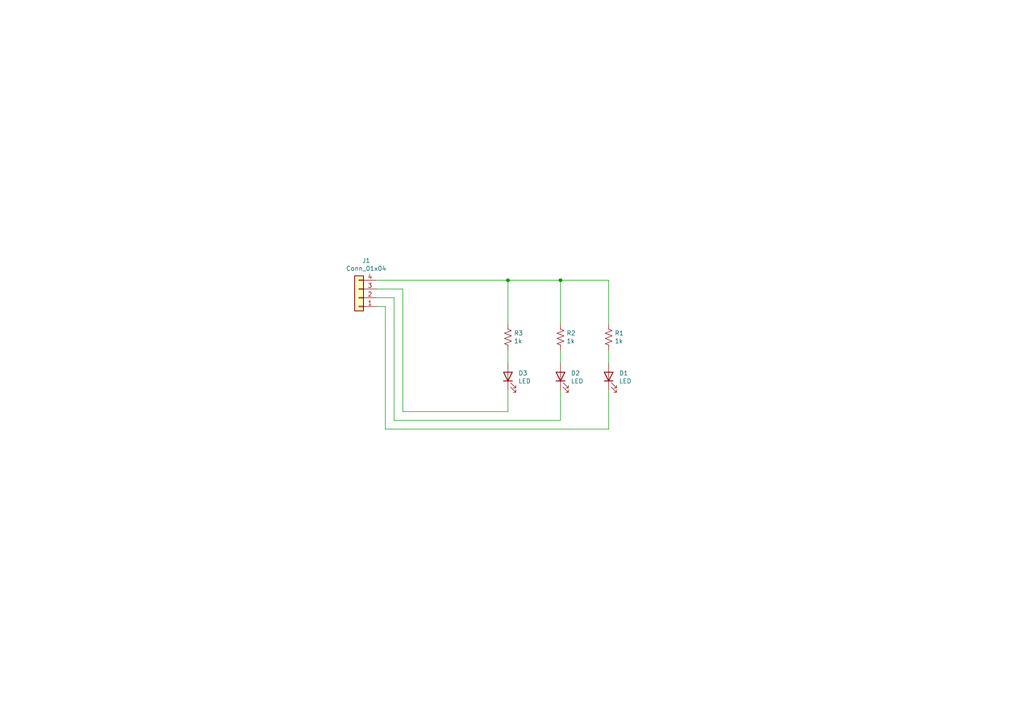
<source format=kicad_sch>
(kicad_sch (version 20230121) (generator eeschema)
  (paper "A4")
  (title_block (title "LED Display board for SOPi Front panel") (date "2021-03-30") (rev "1.00") (company "HOLLY&Co.,Ltd.") (comment 1 "Design by M.Horimoto"))
  (lib_symbols
    (symbol "Connector_Generic:Conn_01x04" (pin_names (offset 1.016) hide)
      (property "Reference" "J" (at 0 5.08 0))
      (property "Value" "Conn_01x04" (at 0 -7.62 0))
      (symbol "Conn_01x04_1_1"
        (rectangle (start -1.27 -4.953) (end 0 -5.207) (stroke (width 0.1524)))
        (rectangle (start -1.27 -2.413) (end 0 -2.667) (stroke (width 0.1524)))
        (rectangle (start -1.27 0.127) (end 0 -0.127) (stroke (width 0.1524)))
        (rectangle (start -1.27 2.667) (end 0 2.413) (stroke (width 0.1524)))
        (rectangle (start -1.27 3.81) (end 1.27 -6.35) (stroke (width 0.254)) (fill (type background)))
        (pin passive line (at -5.08 2.54 0) (length 3.81) (name "Pin_1") (number "1"))
        (pin passive line (at -5.08 0 0) (length 3.81) (name "Pin_2") (number "2"))
        (pin passive line (at -5.08 -2.54 0) (length 3.81) (name "Pin_3") (number "3"))
        (pin passive line (at -5.08 -5.08 0) (length 3.81) (name "Pin_4") (number "4"))
      )
    )
    (symbol "Device:LED" (pin_numbers hide) (pin_names (offset 1.016) hide)
      (property "Reference" "D" (at 0 2.54 0))
      (property "Value" "LED" (at 0 -2.54 0))
      (symbol "LED_0_1"
        (polyline (pts (xy -1.27 -1.27) (xy -1.27 1.27)) (stroke (width 0.254)))
        (polyline (pts (xy -1.27 0) (xy 1.27 0)))
        (polyline (pts (xy 1.27 -1.27) (xy 1.27 1.27) (xy -1.27 0) (xy 1.27 -1.27)) (stroke (width 0.254)))
        (polyline (pts (xy -3.048 -0.762) (xy -4.572 -2.286) (xy -3.81 -2.286) (xy -4.572 -2.286) (xy -4.572 -1.524)))
        (polyline (pts (xy -1.778 -0.762) (xy -3.302 -2.286) (xy -2.54 -2.286) (xy -3.302 -2.286) (xy -3.302 -1.524)))
      )
      (symbol "LED_1_1"
        (pin passive line (at -3.81 0 0) (length 2.54) (name "K") (number "1"))
        (pin passive line (at 3.81 0 180) (length 2.54) (name "A") (number "2"))
      )
    )
    (symbol "Device:R_US" (pin_numbers hide) (pin_names (offset 0))
      (property "Reference" "R" (at 2.54 0 90))
      (property "Value" "R_US" (at -2.54 0 90))
      (symbol "R_US_0_1"
        (polyline (pts (xy 0 -2.286) (xy 0 -2.54)))
        (polyline (pts (xy 0 2.286) (xy 0 2.54)))
        (polyline (pts (xy 0 -0.762) (xy 1.016 -1.143) (xy 0 -1.524) (xy -1.016 -1.905) (xy 0 -2.286)))
        (polyline (pts (xy 0 0.762) (xy 1.016 0.381) (xy 0 0) (xy -1.016 -0.381) (xy 0 -0.762)))
        (polyline (pts (xy 0 2.286) (xy 1.016 1.905) (xy 0 1.524) (xy -1.016 1.143) (xy 0 0.762)))
      )
      (symbol "R_US_1_1"
        (pin passive line (at 0 3.81 270) (length 1.27) (name "~") (number "1"))
        (pin passive line (at 0 -3.81 90) (length 1.27) (name "~") (number "2"))
      )
    )
  )
  (junction (at 147.32 81.28))
  (junction (at 162.56 81.28))
  (wire (pts (xy 162.56 81.28) (xy 176.53 81.28)))
  (wire (pts (xy 176.53 93.98) (xy 176.53 81.28)))
  (wire (pts (xy 114.3 86.36) (xy 114.3 121.92)))
  (wire (pts (xy 176.53 124.46) (xy 176.53 113.03)))
  (wire (pts (xy 162.56 101.6) (xy 162.56 105.41)))
  (wire (pts (xy 147.32 93.98) (xy 147.32 81.28)))
  (wire (pts (xy 116.84 119.38) (xy 147.32 119.38)))
  (wire (pts (xy 147.32 81.28) (xy 162.56 81.28)))
  (wire (pts (xy 111.76 88.9) (xy 111.76 124.46)))
  (wire (pts (xy 114.3 121.92) (xy 162.56 121.92)))
  (wire (pts (xy 109.22 81.28) (xy 147.32 81.28)))
  (wire (pts (xy 111.76 124.46) (xy 176.53 124.46)))
  (wire (pts (xy 109.22 88.9) (xy 111.76 88.9)))
  (wire (pts (xy 116.84 83.82) (xy 116.84 119.38)))
  (wire (pts (xy 109.22 86.36) (xy 114.3 86.36)))
  (wire (pts (xy 109.22 83.82) (xy 116.84 83.82)))
  (wire (pts (xy 162.56 93.98) (xy 162.56 81.28)))
  (wire (pts (xy 162.56 121.92) (xy 162.56 113.03)))
  (wire (pts (xy 176.53 101.6) (xy 176.53 105.41)))
  (wire (pts (xy 147.32 119.38) (xy 147.32 113.03)))
  (wire (pts (xy 147.32 101.6) (xy 147.32 105.41)))
  (symbol (lib_id "Connector_Generic:Conn_01x04") (at 104.14 86.36 180) (unit 1)
    (property "Reference" "J1" (at 106.2228 75.565 0))
    (property "Value" "Conn_01x04" (at 106.2228 77.8764 0))
    (property "Footprint" "Connectors_JST:JST_XH_B4B-XH-A_1x04_P2.50mm_Vertical" (effects hide))
  )
  (symbol (lib_id "Device:LED") (at 147.32 109.22 90) (unit 1)
    (property "Reference" "D3" (at 150.3172 108.2294 90) (effects (justify right)))
    (property "Value" "LED" (at 150.3172 110.5408 90) (effects (justify right)))
    (property "Footprint" "LED_THT:LED_D3.0mm" (effects hide))
  )
  (symbol (lib_id "Device:LED") (at 162.56 109.22 90) (unit 1)
    (property "Reference" "D2" (at 165.5572 108.2294 90) (effects (justify right)))
    (property "Value" "LED" (at 165.5572 110.5408 90) (effects (justify right)))
    (property "Footprint" "LED_THT:LED_D3.0mm" (effects hide))
  )
  (symbol (lib_id "Device:LED") (at 176.53 109.22 90) (unit 1)
    (property "Reference" "D1" (at 179.5272 108.2294 90) (effects (justify right)))
    (property "Value" "LED" (at 179.5272 110.5408 90) (effects (justify right)))
    (property "Footprint" "LED_THT:LED_D3.0mm" (effects hide))
  )
  (symbol (lib_id "Device:R_US") (at 147.32 97.79 0) (unit 1)
    (property "Reference" "R3" (at 149.0472 96.6216 0) (effects (justify left)))
    (property "Value" "1k" (at 149.0472 98.933 0) (effects (justify left)))
    (property "Footprint" "Resistor_THT:R_Axial_DIN0207_L6.3mm_D2.5mm_P7.62mm_Horizontal" (effects hide))
  )
  (symbol (lib_id "Device:R_US") (at 162.56 97.79 0) (unit 1)
    (property "Reference" "R2" (at 164.2872 96.6216 0) (effects (justify left)))
    (property "Value" "1k" (at 164.2872 98.933 0) (effects (justify left)))
    (property "Footprint" "Resistor_THT:R_Axial_DIN0207_L6.3mm_D2.5mm_P7.62mm_Horizontal" (effects hide))
  )
  (symbol (lib_id "Device:R_US") (at 176.53 97.79 0) (unit 1)
    (property "Reference" "R1" (at 178.2572 96.6216 0) (effects (justify left)))
    (property "Value" "1k" (at 178.2572 98.933 0) (effects (justify left)))
    (property "Footprint" "Resistor_THT:R_Axial_DIN0207_L6.3mm_D2.5mm_P7.62mm_Horizontal" (effects hide))
  )
)
</source>
